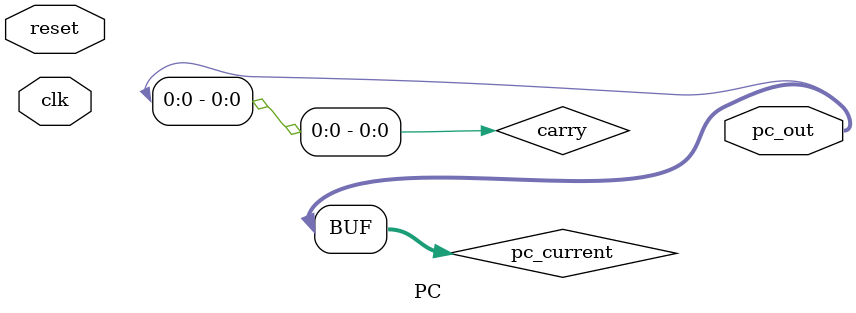
<source format=v>
module PC(
    input clk, 
    input reset, 
    output [31:0] pc_out
); 

    wire [31:0] pc_current;
    wire [31:0] pc_next;
    wire [31:0] carry;

    xor xor0(pc_next[0], pc_current[0], 1'b1);
    and and0(carry[0], pc_current[0], 1'b1);
    
    genvar i;
    generate
        for (i = 1; i < 32; i = i + 1) begin : carry_chain
            xor xor_i(pc_next[i], pc_current[i], carry[i-1]);
            and and_i(carry[i], pc_current[i], carry[i-1]);
        end
    endgenerate

    assign pc_out = pc_current;

endmodule
</source>
